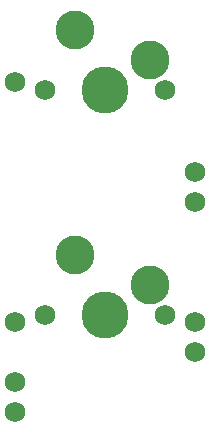
<source format=gbr>
%TF.GenerationSoftware,KiCad,Pcbnew,(6.0.7-1)-1*%
%TF.CreationDate,2022-12-25T16:23:57+07:00*%
%TF.ProjectId,pcb,7063622e-6b69-4636-9164-5f7063625858,rev?*%
%TF.SameCoordinates,Original*%
%TF.FileFunction,Soldermask,Bot*%
%TF.FilePolarity,Negative*%
%FSLAX46Y46*%
G04 Gerber Fmt 4.6, Leading zero omitted, Abs format (unit mm)*
G04 Created by KiCad (PCBNEW (6.0.7-1)-1) date 2022-12-25 16:23:57*
%MOMM*%
%LPD*%
G01*
G04 APERTURE LIST*
%ADD10C,1.752600*%
%ADD11C,1.750000*%
%ADD12C,3.987800*%
%ADD13C,3.300000*%
G04 APERTURE END LIST*
D10*
%TO.C,U1*%
X136525000Y-83343750D03*
X136525000Y-80803750D03*
X136525000Y-70643750D03*
X136525000Y-68103750D03*
X121285000Y-60483750D03*
X121285000Y-80803750D03*
X121285000Y-85883750D03*
X121285000Y-88423750D03*
%TD*%
D11*
%TO.C,SW2*%
X123825000Y-80168750D03*
D12*
X128905000Y-80168750D03*
D11*
X133985000Y-80168750D03*
D13*
X132715000Y-77628750D03*
X126365000Y-75088750D03*
%TD*%
D12*
%TO.C,SW1*%
X128905000Y-61118750D03*
D11*
X123825000Y-61118750D03*
X133985000Y-61118750D03*
D13*
X132715000Y-58578750D03*
X126365000Y-56038750D03*
%TD*%
M02*

</source>
